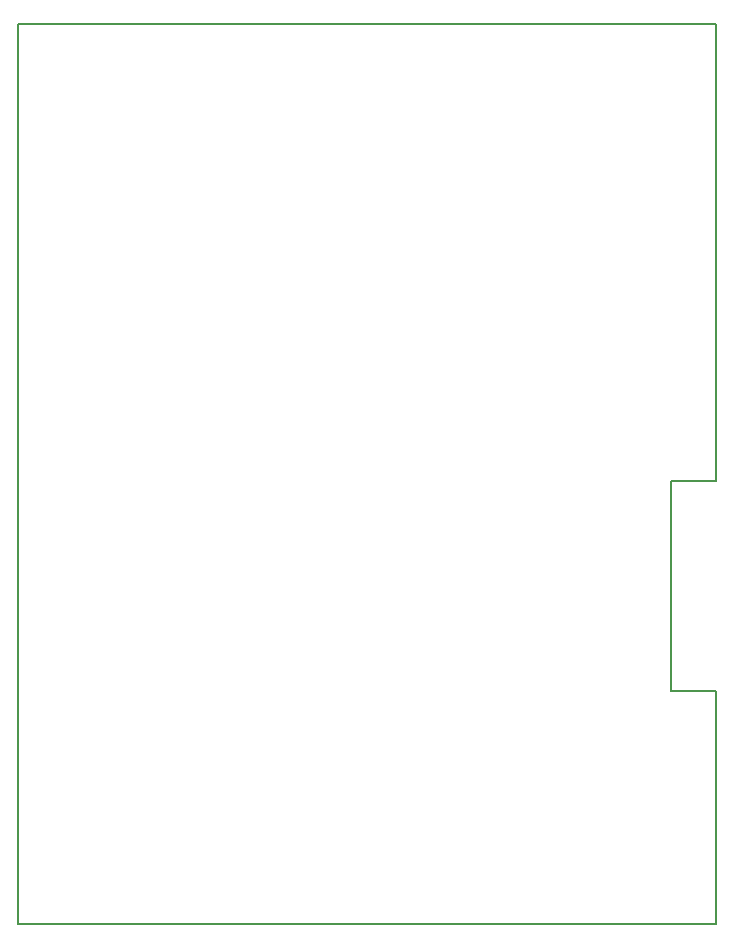
<source format=gm1>
G04 #@! TF.FileFunction,Profile,NP*
%FSLAX46Y46*%
G04 Gerber Fmt 4.6, Leading zero omitted, Abs format (unit mm)*
G04 Created by KiCad (PCBNEW 4.0.6) date Sunday, June 18, 2017 'PMt' 11:18:17 PM*
%MOMM*%
%LPD*%
G01*
G04 APERTURE LIST*
%ADD10C,0.100000*%
%ADD11C,0.150000*%
G04 APERTURE END LIST*
D10*
D11*
X104140000Y-130175000D02*
X107950000Y-130175000D01*
X104140000Y-112395000D02*
X104140000Y-130175000D01*
X107950000Y-112395000D02*
X104140000Y-112395000D01*
X107950000Y-130175000D02*
X107950000Y-149860000D01*
X107950000Y-73660000D02*
X107950000Y-112395000D01*
X48895000Y-149860000D02*
X107950000Y-149860000D01*
X48895000Y-73660000D02*
X48895000Y-149860000D01*
X107950000Y-73660000D02*
X48895000Y-73660000D01*
M02*

</source>
